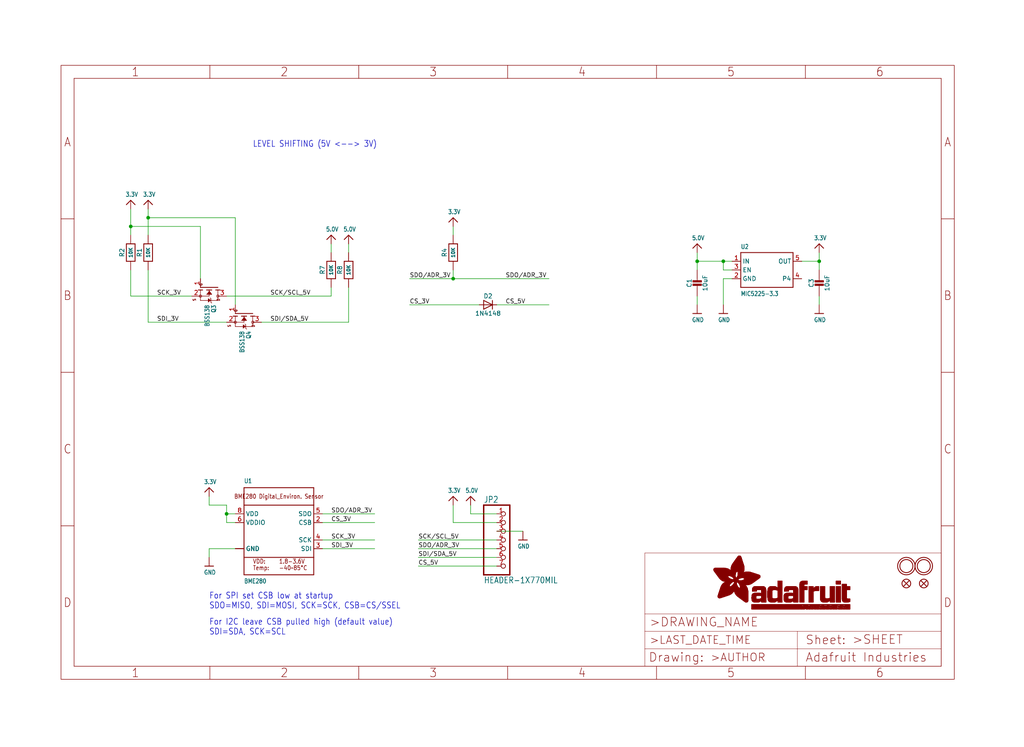
<source format=kicad_sch>
(kicad_sch (version 20211123) (generator eeschema)
  (paper "User" 298.45 217.881)
  (lib_symbols
    (symbol "Adafruit BMP280-eagle-import:3.3V" (power)
      (property "Value" "3.3V" (at -1.524 1.016 0))
      (symbol "3.3V_1_0"
        (pin power_in line (at 0 -2.54 90) (length 2.54) (name "3.3V") (number "1"))
      )
    )
    (symbol "Adafruit BMP280-eagle-import:5.0V" (power)
      (property "Value" "5.0V" (at -1.524 1.016 0))
      (symbol "5.0V_1_0"
        (pin power_in line (at 0 -2.54 90) (length 2.54) (name "5.0V") (number "1"))
      )
    )
    (symbol "Adafruit BMP280-eagle-import:BME280"
      (property "Reference" "U" (at -10.16 13.97 0))
      (property "Value" "BME280" (at -10.16 -15.24 0))
      (symbol "BME280_1_0"
        (text "-40~85°C" (at 0 -11.43 0) (effects (font (size 1.27 1.0795)) (justify left bottom)))
        (text "1.8-3.6V" (at 0 -9.525 0) (effects (font (size 1.27 1.0795)) (justify left bottom)))
        (text "BME280 Digital_Environ. Sensor" (at 0 10.16 0) (effects (font (size 1.27 1.0795))))
        (text "Temp:" (at -7.62 -11.43 0) (effects (font (size 1.27 1.0795)) (justify left bottom)))
        (text "VDD:" (at -7.62 -9.525 0) (effects (font (size 1.27 1.0795)) (justify left bottom)))
        (pin power_in line (at -12.7 -5.08 0) (length 2.54) (name "GND") (number "1"))
        (pin input line (at 12.7 2.54 180) (length 2.54) (name "CSB") (number "2"))
        (pin input line (at 12.7 -5.08 180) (length 2.54) (name "SDI") (number "3"))
        (pin input line (at 12.7 -2.54 180) (length 2.54) (name "SCK") (number "4"))
        (pin output line (at 12.7 5.08 180) (length 2.54) (name "SDO") (number "5"))
        (pin power_in line (at -12.7 2.54 0) (length 2.54) (name "VDDIO") (number "6"))
        (pin power_in line (at -12.7 -5.08 0) (length 2.54) (name "GND") (number "7"))
        (pin power_in line (at -12.7 5.08 0) (length 2.54) (name "VDD") (number "8"))
      )
    )
    (symbol "Adafruit BMP280-eagle-import:CAP_CERAMIC0805-NOOUTLINE"
      (property "Reference" "C" (at -2.29 1.25 90))
      (property "Value" "CAP_CERAMIC0805-NOOUTLINE" (at 2.3 1.25 90))
      (symbol "CAP_CERAMIC0805-NOOUTLINE_1_0"
        (pin passive line (at 0 5.08 270) (length 2.54) (name "1") (number "1"))
        (pin passive line (at 0 -2.54 90) (length 2.54) (name "2") (number "2"))
      )
    )
    (symbol "Adafruit BMP280-eagle-import:DIODESOD-323"
      (property "Reference" "D" (at 0 2.54 0))
      (property "Value" "DIODESOD-323" (at 0 -2.5 0))
      (symbol "DIODESOD-323_1_0"
        (pin passive line (at -2.54 0 0) (length 2.54) (name "A") (number "A"))
        (pin passive line (at 2.54 0 180) (length 2.54) (name "C") (number "C"))
      )
    )
    (symbol "Adafruit BMP280-eagle-import:FIDUCIAL{dblquote}{dblquote}")
    (symbol "Adafruit BMP280-eagle-import:FRAME_A4_ADAFRUIT"
      (symbol "FRAME_A4_ADAFRUIT_0_0"
        (text "1" (at 21.6958 1.905 0) (effects (font (size 2.54 2.286))))
        (text "1" (at 21.6958 177.165 0) (effects (font (size 2.54 2.286))))
        (text "2" (at 65.0875 1.905 0) (effects (font (size 2.54 2.286))))
        (text "2" (at 65.0875 177.165 0) (effects (font (size 2.54 2.286))))
        (text "3" (at 108.4792 1.905 0) (effects (font (size 2.54 2.286))))
        (text "3" (at 108.4792 177.165 0) (effects (font (size 2.54 2.286))))
        (text "4" (at 151.8708 1.905 0) (effects (font (size 2.54 2.286))))
        (text "4" (at 151.8708 177.165 0) (effects (font (size 2.54 2.286))))
        (text "5" (at 195.2625 1.905 0) (effects (font (size 2.54 2.286))))
        (text "5" (at 195.2625 177.165 0) (effects (font (size 2.54 2.286))))
        (text "6" (at 238.6542 1.905 0) (effects (font (size 2.54 2.286))))
        (text "6" (at 238.6542 177.165 0) (effects (font (size 2.54 2.286))))
        (text "A" (at 1.905 156.6863 0) (effects (font (size 2.54 2.286))))
        (text "A" (at 258.445 156.6863 0) (effects (font (size 2.54 2.286))))
        (text "B" (at 1.905 111.9188 0) (effects (font (size 2.54 2.286))))
        (text "B" (at 258.445 111.9188 0) (effects (font (size 2.54 2.286))))
        (text "C" (at 1.905 67.1513 0) (effects (font (size 2.54 2.286))))
        (text "C" (at 258.445 67.1513 0) (effects (font (size 2.54 2.286))))
        (text "D" (at 1.905 22.3838 0) (effects (font (size 2.54 2.286))))
        (text "D" (at 258.445 22.3838 0) (effects (font (size 2.54 2.286))))
      )
      (symbol "FRAME_A4_ADAFRUIT_1_0"
        (text ">AUTHOR" (at 189.23 5.08 0) (effects (font (size 2.286 2.286)) (justify left bottom)))
        (text ">DRAWING_NAME" (at 171.45 15.24 0) (effects (font (size 2.54 2.54)) (justify left bottom)))
        (text ">LAST_DATE_TIME" (at 171.45 10.16 0) (effects (font (size 2.286 2.286)) (justify left bottom)))
        (text ">SHEET" (at 230.505 10.16 0) (effects (font (size 2.54 2.54)) (justify left bottom)))
        (text "Adafruit Industries" (at 216.916 4.953 0) (effects (font (size 2.54 2.54)) (justify left bottom)))
        (text "Drawing:" (at 171.196 4.953 0) (effects (font (size 2.54 2.54)) (justify left bottom)))
        (text "Sheet:" (at 216.916 10.033 0) (effects (font (size 2.54 2.54)) (justify left bottom)))
      )
    )
    (symbol "Adafruit BMP280-eagle-import:GND" (power)
      (property "Value" "GND" (at -1.524 -2.54 0))
      (symbol "GND_1_0"
        (pin power_in line (at 0 2.54 270) (length 2.54) (name "GND") (number "1"))
      )
    )
    (symbol "Adafruit BMP280-eagle-import:HEADER-1X770MIL"
      (property "Reference" "JP" (at -6.35 10.795 0))
      (property "Value" "HEADER-1X770MIL" (at -6.35 -12.7 0))
      (symbol "HEADER-1X770MIL_1_0"
        (pin passive inverted (at -2.54 7.62 0) (length 2.54) (name "1") (number "1"))
        (pin passive inverted (at -2.54 5.08 0) (length 2.54) (name "2") (number "2"))
        (pin passive inverted (at -2.54 2.54 0) (length 2.54) (name "3") (number "3"))
        (pin passive inverted (at -2.54 0 0) (length 2.54) (name "4") (number "4"))
        (pin passive inverted (at -2.54 -2.54 0) (length 2.54) (name "5") (number "5"))
        (pin passive inverted (at -2.54 -5.08 0) (length 2.54) (name "6") (number "6"))
        (pin passive inverted (at -2.54 -7.62 0) (length 2.54) (name "7") (number "7"))
      )
    )
    (symbol "Adafruit BMP280-eagle-import:MOSFET-NWIDE"
      (property "Reference" "Q" (at 5.08 0.635 0))
      (property "Value" "MOSFET-NWIDE" (at 5.08 -1.27 0))
      (symbol "MOSFET-NWIDE_1_0"
        (text "D" (at 3.175 3.175 0) (effects (font (size 0.8128 0.6908)) (justify left bottom)))
        (text "G" (at -1.27 -1.905 0) (effects (font (size 0.8128 0.6908)) (justify left bottom)))
        (text "S" (at 3.175 -3.81 0) (effects (font (size 0.8128 0.6908)) (justify left bottom)))
        (pin bidirectional line (at -2.54 -2.54 0) (length 2.54) (name "G") (number "1"))
        (pin bidirectional line (at 2.54 -5.08 90) (length 2.54) (name "S") (number "2"))
        (pin bidirectional line (at 2.54 5.08 270) (length 2.54) (name "D") (number "3"))
      )
    )
    (symbol "Adafruit BMP280-eagle-import:MOUNTINGHOLE2.0")
    (symbol "Adafruit BMP280-eagle-import:RESISTOR0805_NOOUTLINE"
      (property "Reference" "R" (at 0 2.54 0))
      (property "Value" "RESISTOR0805_NOOUTLINE" (at 0 0 0))
      (symbol "RESISTOR0805_NOOUTLINE_1_0"
        (pin passive line (at -5.08 0 0) (length 2.54) (name "1") (number "1"))
        (pin passive line (at 5.08 0 180) (length 2.54) (name "2") (number "2"))
      )
    )
    (symbol "Adafruit BMP280-eagle-import:RESISTOR_0805MP"
      (property "Reference" "R" (at 0 2.54 0))
      (property "Value" "RESISTOR_0805MP" (at 0 0 0))
      (symbol "RESISTOR_0805MP_1_0"
        (pin passive line (at -5.08 0 0) (length 2.54) (name "1") (number "1"))
        (pin passive line (at 5.08 0 180) (length 2.54) (name "2") (number "2"))
      )
    )
    (symbol "Adafruit BMP280-eagle-import:VREG_SOT23-5"
      (property "Reference" "U" (at -7.62 6.096 0))
      (property "Value" "VREG_SOT23-5" (at -7.62 -7.62 0))
      (symbol "VREG_SOT23-5_1_0"
        (pin power_in line (at -10.16 2.54 0) (length 2.54) (name "IN") (number "1"))
        (pin power_in line (at -10.16 -2.54 0) (length 2.54) (name "GND") (number "2"))
        (pin input line (at -10.16 0 0) (length 2.54) (name "EN") (number "3"))
        (pin bidirectional line (at 10.16 -2.54 180) (length 2.54) (name "P4") (number "4"))
        (pin power_in line (at 10.16 2.54 180) (length 2.54) (name "OUT") (number "5"))
      )
    )
  )
  (junction (at 210.82 76.2))
  (junction (at 132.08 81.28))
  (junction (at 203.2 76.2))
  (junction (at 66.04 149.86))
  (junction (at 38.1 66.04))
  (junction (at 238.76 76.2))
  (junction (at 43.18 63.5))
  (wire (pts (xy 144.78 154.94) (xy 152.4 154.94)))
  (wire (pts (xy 144.78 165.1) (xy 121.92 165.1)))
  (wire (pts (xy 60.96 160.02) (xy 60.96 162.56)))
  (wire (pts (xy 238.76 86.36) (xy 238.76 88.9)))
  (wire (pts (xy 144.78 149.86) (xy 137.16 149.86)))
  (wire (pts (xy 68.58 63.5) (xy 43.18 63.5)))
  (wire (pts (xy 58.42 66.04) (xy 38.1 66.04)))
  (wire (pts (xy 38.1 66.04) (xy 38.1 68.58)))
  (wire (pts (xy 58.42 81.28) (xy 58.42 66.04)))
  (wire (pts (xy 132.08 78.74) (xy 132.08 81.28)))
  (wire (pts (xy 210.82 78.74) (xy 210.82 76.2)))
  (wire (pts (xy 43.18 68.58) (xy 43.18 63.5)))
  (wire (pts (xy 238.76 76.2) (xy 238.76 73.66)))
  (wire (pts (xy 76.2 93.98) (xy 101.6 93.98)))
  (wire (pts (xy 132.08 152.4) (xy 132.08 147.32)))
  (wire (pts (xy 38.1 86.36) (xy 38.1 78.74)))
  (wire (pts (xy 96.52 86.36) (xy 96.52 83.82)))
  (wire (pts (xy 38.1 66.04) (xy 38.1 60.96)))
  (wire (pts (xy 55.88 86.36) (xy 38.1 86.36)))
  (wire (pts (xy 139.7 88.9) (xy 119.38 88.9)))
  (wire (pts (xy 132.08 81.28) (xy 119.38 81.28)))
  (wire (pts (xy 101.6 73.66) (xy 101.6 71.12)))
  (wire (pts (xy 43.18 63.5) (xy 43.18 60.96)))
  (wire (pts (xy 213.36 76.2) (xy 210.82 76.2)))
  (wire (pts (xy 203.2 86.36) (xy 203.2 88.9)))
  (wire (pts (xy 213.36 78.74) (xy 210.82 78.74)))
  (wire (pts (xy 60.96 160.02) (xy 68.58 160.02)))
  (wire (pts (xy 93.98 152.4) (xy 109.22 152.4)))
  (wire (pts (xy 132.08 66.04) (xy 132.08 68.58)))
  (wire (pts (xy 96.52 73.66) (xy 96.52 71.12)))
  (wire (pts (xy 66.04 147.32) (xy 66.04 149.86)))
  (wire (pts (xy 203.2 76.2) (xy 203.2 73.66)))
  (wire (pts (xy 213.36 81.28) (xy 210.82 81.28)))
  (wire (pts (xy 144.78 160.02) (xy 121.92 160.02)))
  (wire (pts (xy 109.22 157.48) (xy 93.98 157.48)))
  (wire (pts (xy 68.58 88.9) (xy 68.58 63.5)))
  (wire (pts (xy 66.04 86.36) (xy 96.52 86.36)))
  (wire (pts (xy 210.82 81.28) (xy 210.82 88.9)))
  (wire (pts (xy 60.96 144.78) (xy 60.96 147.32)))
  (wire (pts (xy 137.16 149.86) (xy 137.16 147.32)))
  (wire (pts (xy 66.04 152.4) (xy 68.58 152.4)))
  (wire (pts (xy 66.04 93.98) (xy 43.18 93.98)))
  (wire (pts (xy 233.68 76.2) (xy 238.76 76.2)))
  (wire (pts (xy 132.08 81.28) (xy 160.02 81.28)))
  (wire (pts (xy 210.82 76.2) (xy 203.2 76.2)))
  (wire (pts (xy 93.98 160.02) (xy 109.22 160.02)))
  (wire (pts (xy 238.76 76.2) (xy 238.76 78.74)))
  (wire (pts (xy 68.58 149.86) (xy 66.04 149.86)))
  (wire (pts (xy 203.2 76.2) (xy 203.2 78.74)))
  (wire (pts (xy 144.78 157.48) (xy 121.92 157.48)))
  (wire (pts (xy 144.78 88.9) (xy 160.02 88.9)))
  (wire (pts (xy 60.96 147.32) (xy 66.04 147.32)))
  (wire (pts (xy 43.18 93.98) (xy 43.18 78.74)))
  (wire (pts (xy 144.78 152.4) (xy 132.08 152.4)))
  (wire (pts (xy 144.78 162.56) (xy 121.92 162.56)))
  (wire (pts (xy 101.6 93.98) (xy 101.6 83.82)))
  (wire (pts (xy 66.04 149.86) (xy 66.04 152.4)))
  (wire (pts (xy 93.98 149.86) (xy 109.22 149.86)))
  (text "LEVEL SHIFTING (5V <--> 3V)" (at 73.66 43.18 180) (effects (font (size 1.778 1.5113)) (justify left bottom)))
  (text "For I2C leave CSB pulled high (default value)\nSDI=SDA, SCK=SCL" (at 60.96 185.42 0) (effects (font (size 1.778 1.5113)) (justify left bottom)))
  (text "For SPI set CSB low at startup\nSDO=MISO, SDI=MOSI, SCK=SCK, CSB=CS/SSEL" (at 60.96 177.8 0) (effects (font (size 1.778 1.5113)) (justify left bottom)))
  (label "SDI/SDA_5V" (at 78.74 93.98 0) (effects (font (size 1.2446 1.2446))))
  (label "CS_3V" (at 96.52 152.4 0) (effects (font (size 1.2446 1.2446))))
  (label "SDO/ADR_3V" (at 96.52 149.86 0) (effects (font (size 1.2446 1.2446))))
  (label "SCK/SCL_5V" (at 78.74 86.36 0) (effects (font (size 1.2446 1.2446))))
  (label "SDI_3V" (at 96.52 160.02 0) (effects (font (size 1.2446 1.2446))))
  (label "CS_5V" (at 121.92 165.1 0) (effects (font (size 1.2446 1.2446))))
  (label "SDO/ADR_3V" (at 119.38 81.28 0) (effects (font (size 1.2446 1.2446))))
  (label "SCK_3V" (at 96.52 157.48 0) (effects (font (size 1.2446 1.2446))))
  (label "SDO/ADR_3V" (at 147.32 81.28 0) (effects (font (size 1.2446 1.2446))))
  (label "CS_3V" (at 119.38 88.9 0) (effects (font (size 1.2446 1.2446))))
  (label "SDO/ADR_3V" (at 121.92 160.02 0) (effects (font (size 1.2446 1.2446))))
  (label "SDI/SDA_5V" (at 121.92 162.56 0) (effects (font (size 1.2446 1.2446))))
  (label "CS_5V" (at 147.32 88.9 0) (effects (font (size 1.2446 1.2446))))
  (label "SDI_3V" (at 45.72 93.98 0) (effects (font (size 1.2446 1.2446))))
  (label "SCK/SCL_5V" (at 121.92 157.48 0) (effects (font (size 1.2446 1.2446))))
  (label "SCK_3V" (at 45.72 86.36 0) (effects (font (size 1.2446 1.2446))))
  (symbol (lib_id "Adafruit BMP280-eagle-import:MOSFET-NWIDE") (at 71.12 91.44 270) (unit 1)
    (property "Reference" "Q4" (at 71.755 96.52 0) (effects (font (size 1.27 1.0795)) (justify left bottom)))
    (property "Value" "BSS138" (at 69.85 96.52 0) (effects (font (size 1.27 1.0795)) (justify left bottom)))
    (property "Footprint" "Adafruit BMP280:SOT23-WIDE" (effects hide))
  )
  (symbol (lib_id "Adafruit BMP280-eagle-import:5.0V") (at 96.52 68.58 0) (unit 1)
    (property "Reference" "#U$19" (effects hide))
    (property "Value" "5.0V" (at 94.996 67.564 0) (effects (font (size 1.27 1.0795)) (justify left bottom)))
    (property "Footprint" "Adafruit BMP280:" (effects hide))
  )
  (symbol (lib_id "Adafruit BMP280-eagle-import:FRAME_A4_ADAFRUIT") (at 17.78 198.12 0) (unit 1)
    (property "Reference" "#U$1" (effects hide))
    (property "Value" "FRAME_A4_ADAFRUIT" (effects hide))
    (property "Footprint" "Adafruit BMP280:" (effects hide))
  )
  (symbol (lib_id "Adafruit BMP280-eagle-import:GND") (at 152.4 157.48 0) (unit 1)
    (property "Reference" "#U$4" (effects hide))
    (property "Value" "GND" (at 150.876 160.02 0) (effects (font (size 1.27 1.0795)) (justify left bottom)))
    (property "Footprint" "Adafruit BMP280:" (effects hide))
  )
  (symbol (lib_id "Adafruit BMP280-eagle-import:3.3V") (at 60.96 142.24 0) (unit 1)
    (property "Reference" "#U$12" (effects hide))
    (property "Value" "3.3V" (at 59.436 141.224 0) (effects (font (size 1.27 1.0795)) (justify left bottom)))
    (property "Footprint" "Adafruit BMP280:" (effects hide))
  )
  (symbol (lib_id "Adafruit BMP280-eagle-import:VREG_SOT23-5") (at 223.52 78.74 0) (unit 1)
    (property "Reference" "U2" (at 215.9 72.644 0) (effects (font (size 1.27 1.0795)) (justify left bottom)))
    (property "Value" "MIC5225-3.3" (at 215.9 86.36 0) (effects (font (size 1.27 1.0795)) (justify left bottom)))
    (property "Footprint" "Adafruit BMP280:SOT23-5" (effects hide))
  )
  (symbol (lib_id "Adafruit BMP280-eagle-import:CAP_CERAMIC0805-NOOUTLINE") (at 203.2 83.82 0) (unit 1)
    (property "Reference" "C1" (at 200.91 82.57 90))
    (property "Value" "10uF" (at 205.5 82.57 90))
    (property "Footprint" "Adafruit BMP280:0805-NO" (effects hide))
  )
  (symbol (lib_id "Adafruit BMP280-eagle-import:FIDUCIAL{dblquote}{dblquote}") (at 264.16 170.18 0) (unit 1)
    (property "Reference" "U$5" (effects hide))
    (property "Value" "FIDUCIAL{dblquote}{dblquote}" (effects hide))
    (property "Footprint" "Adafruit BMP280:FIDUCIAL_1MM" (effects hide))
  )
  (symbol (lib_id "Adafruit BMP280-eagle-import:RESISTOR0805_NOOUTLINE") (at 96.52 78.74 90) (unit 1)
    (property "Reference" "R7" (at 93.98 78.74 0))
    (property "Value" "10K" (at 96.52 78.74 0) (effects (font (size 1.016 1.016) bold)))
    (property "Footprint" "Adafruit BMP280:0805-NO" (effects hide))
  )
  (symbol (lib_id "Adafruit BMP280-eagle-import:GND") (at 238.76 91.44 0) (unit 1)
    (property "Reference" "#U$16" (effects hide))
    (property "Value" "GND" (at 237.236 93.98 0) (effects (font (size 1.27 1.0795)) (justify left bottom)))
    (property "Footprint" "Adafruit BMP280:" (effects hide))
  )
  (symbol (lib_id "Adafruit BMP280-eagle-import:3.3V") (at 132.08 144.78 0) (unit 1)
    (property "Reference" "#U$10" (effects hide))
    (property "Value" "3.3V" (at 130.556 143.764 0) (effects (font (size 1.27 1.0795)) (justify left bottom)))
    (property "Footprint" "Adafruit BMP280:" (effects hide))
  )
  (symbol (lib_id "Adafruit BMP280-eagle-import:5.0V") (at 203.2 71.12 0) (unit 1)
    (property "Reference" "#U$11" (effects hide))
    (property "Value" "5.0V" (at 201.676 70.104 0) (effects (font (size 1.27 1.0795)) (justify left bottom)))
    (property "Footprint" "Adafruit BMP280:" (effects hide))
  )
  (symbol (lib_id "Adafruit BMP280-eagle-import:MOUNTINGHOLE2.0") (at 269.24 165.1 0) (unit 1)
    (property "Reference" "U$7" (effects hide))
    (property "Value" "MOUNTINGHOLE2.0" (effects hide))
    (property "Footprint" "Adafruit BMP280:MOUNTINGHOLE_2.0_PLATED" (effects hide))
  )
  (symbol (lib_id "Adafruit BMP280-eagle-import:RESISTOR0805_NOOUTLINE") (at 43.18 73.66 90) (unit 1)
    (property "Reference" "R1" (at 40.64 73.66 0))
    (property "Value" "10K" (at 43.18 73.66 0) (effects (font (size 1.016 1.016) bold)))
    (property "Footprint" "Adafruit BMP280:0805-NO" (effects hide))
  )
  (symbol (lib_id "Adafruit BMP280-eagle-import:CAP_CERAMIC0805-NOOUTLINE") (at 238.76 83.82 0) (unit 1)
    (property "Reference" "C3" (at 236.47 82.57 90))
    (property "Value" "10uF" (at 241.06 82.57 90))
    (property "Footprint" "Adafruit BMP280:0805-NO" (effects hide))
  )
  (symbol (lib_id "Adafruit BMP280-eagle-import:RESISTOR0805_NOOUTLINE") (at 101.6 78.74 90) (unit 1)
    (property "Reference" "R8" (at 99.06 78.74 0))
    (property "Value" "10K" (at 101.6 78.74 0) (effects (font (size 1.016 1.016) bold)))
    (property "Footprint" "Adafruit BMP280:0805-NO" (effects hide))
  )
  (symbol (lib_id "Adafruit BMP280-eagle-import:3.3V") (at 238.76 71.12 0) (unit 1)
    (property "Reference" "#U$17" (effects hide))
    (property "Value" "3.3V" (at 237.236 70.104 0) (effects (font (size 1.27 1.0795)) (justify left bottom)))
    (property "Footprint" "Adafruit BMP280:" (effects hide))
  )
  (symbol (lib_id "Adafruit BMP280-eagle-import:3.3V") (at 43.18 58.42 0) (unit 1)
    (property "Reference" "#U$22" (effects hide))
    (property "Value" "3.3V" (at 41.656 57.404 0) (effects (font (size 1.27 1.0795)) (justify left bottom)))
    (property "Footprint" "Adafruit BMP280:" (effects hide))
  )
  (symbol (lib_id "Adafruit BMP280-eagle-import:MOUNTINGHOLE2.0") (at 264.16 165.1 0) (unit 1)
    (property "Reference" "U$8" (effects hide))
    (property "Value" "MOUNTINGHOLE2.0" (effects hide))
    (property "Footprint" "Adafruit BMP280:MOUNTINGHOLE_2.0_PLATED" (effects hide))
  )
  (symbol (lib_id "Adafruit BMP280-eagle-import:HEADER-1X770MIL") (at 147.32 157.48 0) (unit 1)
    (property "Reference" "JP2" (at 140.97 146.685 0) (effects (font (size 1.778 1.5113)) (justify left bottom)))
    (property "Value" "HEADER-1X770MIL" (at 140.97 170.18 0) (effects (font (size 1.778 1.5113)) (justify left bottom)))
    (property "Footprint" "Adafruit BMP280:1X07_ROUND_70" (effects hide))
  )
  (symbol (lib_id "Adafruit BMP280-eagle-import:DIODESOD-323") (at 142.24 88.9 0) (unit 1)
    (property "Reference" "D2" (at 142.24 86.36 0))
    (property "Value" "1N4148" (at 142.24 91.4 0))
    (property "Footprint" "Adafruit BMP280:SOD-323" (effects hide))
  )
  (symbol (lib_id "Adafruit BMP280-eagle-import:5.0V") (at 137.16 144.78 0) (unit 1)
    (property "Reference" "#U$9" (effects hide))
    (property "Value" "5.0V" (at 135.636 143.764 0) (effects (font (size 1.27 1.0795)) (justify left bottom)))
    (property "Footprint" "Adafruit BMP280:" (effects hide))
  )
  (symbol (lib_id "Adafruit BMP280-eagle-import:GND") (at 60.96 165.1 0) (unit 1)
    (property "Reference" "#U$3" (effects hide))
    (property "Value" "GND" (at 59.436 167.64 0) (effects (font (size 1.27 1.0795)) (justify left bottom)))
    (property "Footprint" "Adafruit BMP280:" (effects hide))
  )
  (symbol (lib_id "Adafruit BMP280-eagle-import:GND") (at 210.82 91.44 0) (unit 1)
    (property "Reference" "#U$14" (effects hide))
    (property "Value" "GND" (at 209.296 93.98 0) (effects (font (size 1.27 1.0795)) (justify left bottom)))
    (property "Footprint" "Adafruit BMP280:" (effects hide))
  )
  (symbol (lib_id "Adafruit BMP280-eagle-import:FIDUCIAL{dblquote}{dblquote}") (at 269.24 170.18 0) (unit 1)
    (property "Reference" "U$15" (effects hide))
    (property "Value" "FIDUCIAL{dblquote}{dblquote}" (effects hide))
    (property "Footprint" "Adafruit BMP280:FIDUCIAL_1MM" (effects hide))
  )
  (symbol (lib_id "Adafruit BMP280-eagle-import:BME280") (at 81.28 154.94 0) (unit 1)
    (property "Reference" "U1" (at 71.12 140.97 0) (effects (font (size 1.27 1.0795)) (justify left bottom)))
    (property "Value" "BME280" (at 71.12 170.18 0) (effects (font (size 1.27 1.0795)) (justify left bottom)))
    (property "Footprint" "Adafruit BMP280:BME280" (effects hide))
  )
  (symbol (lib_id "Adafruit BMP280-eagle-import:GND") (at 203.2 91.44 0) (unit 1)
    (property "Reference" "#U$13" (effects hide))
    (property "Value" "GND" (at 201.676 93.98 0) (effects (font (size 1.27 1.0795)) (justify left bottom)))
    (property "Footprint" "Adafruit BMP280:" (effects hide))
  )
  (symbol (lib_id "Adafruit BMP280-eagle-import:3.3V") (at 38.1 58.42 0) (unit 1)
    (property "Reference" "#U$23" (effects hide))
    (property "Value" "3.3V" (at 36.576 57.404 0) (effects (font (size 1.27 1.0795)) (justify left bottom)))
    (property "Footprint" "Adafruit BMP280:" (effects hide))
  )
  (symbol (lib_id "Adafruit BMP280-eagle-import:RESISTOR0805_NOOUTLINE") (at 38.1 73.66 90) (unit 1)
    (property "Reference" "R2" (at 35.56 73.66 0))
    (property "Value" "10K" (at 38.1 73.66 0) (effects (font (size 1.016 1.016) bold)))
    (property "Footprint" "Adafruit BMP280:0805-NO" (effects hide))
  )
  (symbol (lib_id "Adafruit BMP280-eagle-import:3.3V") (at 132.08 63.5 0) (unit 1)
    (property "Reference" "#U$25" (effects hide))
    (property "Value" "3.3V" (at 130.556 62.484 0) (effects (font (size 1.27 1.0795)) (justify left bottom)))
    (property "Footprint" "Adafruit BMP280:" (effects hide))
  )
  (symbol (lib_id "Adafruit BMP280-eagle-import:MOSFET-NWIDE") (at 60.96 83.82 270) (unit 1)
    (property "Reference" "Q3" (at 61.595 88.9 0) (effects (font (size 1.27 1.0795)) (justify left bottom)))
    (property "Value" "BSS138" (at 59.69 88.9 0) (effects (font (size 1.27 1.0795)) (justify left bottom)))
    (property "Footprint" "Adafruit BMP280:SOT23-WIDE" (effects hide))
  )
  (symbol (lib_id "Adafruit BMP280-eagle-import:RESISTOR_0805MP") (at 132.08 73.66 90) (unit 1)
    (property "Reference" "R4" (at 129.54 73.66 0))
    (property "Value" "10K" (at 132.08 73.66 0) (effects (font (size 1.016 1.016) bold)))
    (property "Footprint" "Adafruit BMP280:_0805MP" (effects hide))
  )
  (symbol (lib_id "Adafruit BMP280-eagle-import:5.0V") (at 101.6 68.58 0) (unit 1)
    (property "Reference" "#U$18" (effects hide))
    (property "Value" "5.0V" (at 100.076 67.564 0) (effects (font (size 1.27 1.0795)) (justify left bottom)))
    (property "Footprint" "Adafruit BMP280:" (effects hide))
  )
)
</source>
